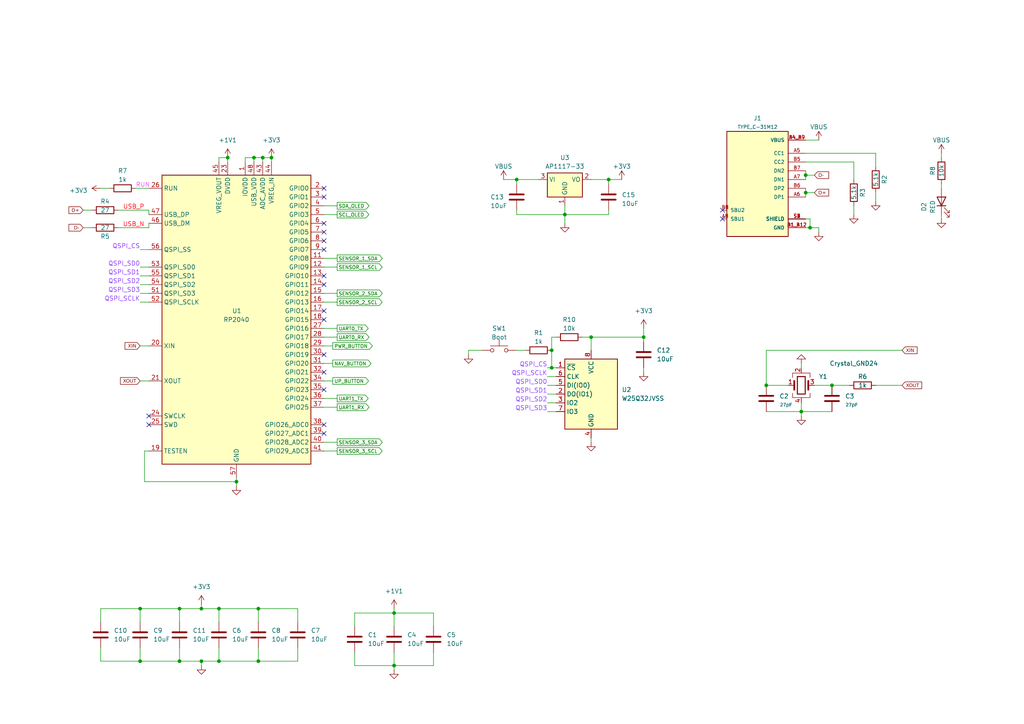
<source format=kicad_sch>
(kicad_sch (version 20230121) (generator eeschema)
  (paper "A4")
  (lib_symbols
    (symbol "Device:C" (pin_numbers hide) (pin_names (offset 0.254))
      (property "Reference" "C" (at 0.635 2.54 0))
      (property "Value" "C" (at 0.635 -2.54 0))
      (symbol "C_0_1"
        (polyline (pts (xy -2.032 -0.762) (xy 2.032 -0.762)) (stroke (width 0.508)))
        (polyline (pts (xy -2.032 0.762) (xy 2.032 0.762)) (stroke (width 0.508)))
      )
      (symbol "C_1_1"
        (pin passive line (at 0 3.81 270) (length 2.794) (name "~") (number "1"))
        (pin passive line (at 0 -3.81 90) (length 2.794) (name "~") (number "2"))
      )
    )
    (symbol "Device:Crystal_GND24" (pin_names (offset 1.016) hide)
      (property "Reference" "Y" (at 3.175 5.08 0))
      (property "Value" "Crystal_GND24" (at 3.175 3.175 0))
      (symbol "Crystal_GND24_0_1"
        (rectangle (start -1.143 2.54) (end 1.143 -2.54) (stroke (width 0.3048)))
        (polyline (pts (xy -2.54 0) (xy -2.032 0)))
        (polyline (pts (xy -2.032 -1.27) (xy -2.032 1.27)) (stroke (width 0.508)))
        (polyline (pts (xy 0 -3.81) (xy 0 -3.556)))
        (polyline (pts (xy 0 3.556) (xy 0 3.81)))
        (polyline (pts (xy 2.032 -1.27) (xy 2.032 1.27)) (stroke (width 0.508)))
        (polyline (pts (xy 2.032 0) (xy 2.54 0)))
        (polyline (pts (xy -2.54 -2.286) (xy -2.54 -3.556) (xy 2.54 -3.556) (xy 2.54 -2.286)))
        (polyline (pts (xy -2.54 2.286) (xy -2.54 3.556) (xy 2.54 3.556) (xy 2.54 2.286)))
      )
      (symbol "Crystal_GND24_1_1"
        (pin passive line (at -3.81 0 0) (length 1.27) (name "1") (number "1"))
        (pin passive line (at 0 5.08 270) (length 1.27) (name "2") (number "2"))
        (pin passive line (at 3.81 0 180) (length 1.27) (name "3") (number "3"))
        (pin passive line (at 0 -5.08 90) (length 1.27) (name "4") (number "4"))
      )
    )
    (symbol "Device:LED" (pin_numbers hide) (pin_names (offset 1.016) hide)
      (property "Reference" "D" (at 0 2.54 0))
      (property "Value" "LED" (at 0 -2.54 0))
      (symbol "LED_0_1"
        (polyline (pts (xy -1.27 -1.27) (xy -1.27 1.27)) (stroke (width 0.254)))
        (polyline (pts (xy -1.27 0) (xy 1.27 0)))
        (polyline (pts (xy 1.27 -1.27) (xy 1.27 1.27) (xy -1.27 0) (xy 1.27 -1.27)) (stroke (width 0.254)))
        (polyline (pts (xy -3.048 -0.762) (xy -4.572 -2.286) (xy -3.81 -2.286) (xy -4.572 -2.286) (xy -4.572 -1.524)))
        (polyline (pts (xy -1.778 -0.762) (xy -3.302 -2.286) (xy -2.54 -2.286) (xy -3.302 -2.286) (xy -3.302 -1.524)))
      )
      (symbol "LED_1_1"
        (pin passive line (at -3.81 0 0) (length 2.54) (name "K") (number "1"))
        (pin passive line (at 3.81 0 180) (length 2.54) (name "A") (number "2"))
      )
    )
    (symbol "Device:R" (pin_numbers hide) (pin_names (offset 0))
      (property "Reference" "R" (at 2.032 0 90))
      (property "Value" "R" (at 0 0 90))
      (symbol "R_0_1"
        (rectangle (start -1.016 -2.54) (end 1.016 2.54) (stroke (width 0.254)))
      )
      (symbol "R_1_1"
        (pin passive line (at 0 3.81 270) (length 1.27) (name "~") (number "1"))
        (pin passive line (at 0 -3.81 90) (length 1.27) (name "~") (number "2"))
      )
    )
    (symbol "MCU_RaspberryPi:RP2040"
      (property "Reference" "U" (at 17.78 45.72 0))
      (property "Value" "RP2040" (at 17.78 43.18 0))
      (symbol "RP2040_0_1"
        (rectangle (start -21.59 41.91) (end 21.59 -41.91) (stroke (width 0.254)) (fill (type background)))
      )
      (symbol "RP2040_1_1"
        (pin power_in line (at 2.54 45.72 270) (length 3.81) (name "IOVDD") (number "1"))
        (pin passive line (at 2.54 45.72 270) (length 3.81) hide (name "IOVDD") (number "10"))
        (pin bidirectional line (at 25.4 17.78 180) (length 3.81) (name "GPIO8") (number "11"))
        (pin bidirectional line (at 25.4 15.24 180) (length 3.81) (name "GPIO9") (number "12"))
        (pin bidirectional line (at 25.4 12.7 180) (length 3.81) (name "GPIO10") (number "13"))
        (pin bidirectional line (at 25.4 10.16 180) (length 3.81) (name "GPIO11") (number "14"))
        (pin bidirectional line (at 25.4 7.62 180) (length 3.81) (name "GPIO12") (number "15"))
        (pin bidirectional line (at 25.4 5.08 180) (length 3.81) (name "GPIO13") (number "16"))
        (pin bidirectional line (at 25.4 2.54 180) (length 3.81) (name "GPIO14") (number "17"))
        (pin bidirectional line (at 25.4 0 180) (length 3.81) (name "GPIO15") (number "18"))
        (pin input line (at -25.4 -38.1 0) (length 3.81) (name "TESTEN") (number "19"))
        (pin bidirectional line (at 25.4 38.1 180) (length 3.81) (name "GPIO0") (number "2"))
        (pin input line (at -25.4 -7.62 0) (length 3.81) (name "XIN") (number "20"))
        (pin passive line (at -25.4 -17.78 0) (length 3.81) (name "XOUT") (number "21"))
        (pin passive line (at 2.54 45.72 270) (length 3.81) hide (name "IOVDD") (number "22"))
        (pin power_in line (at -2.54 45.72 270) (length 3.81) (name "DVDD") (number "23"))
        (pin input line (at -25.4 -27.94 0) (length 3.81) (name "SWCLK") (number "24"))
        (pin bidirectional line (at -25.4 -30.48 0) (length 3.81) (name "SWD") (number "25"))
        (pin input line (at -25.4 38.1 0) (length 3.81) (name "RUN") (number "26"))
        (pin bidirectional line (at 25.4 -2.54 180) (length 3.81) (name "GPIO16") (number "27"))
        (pin bidirectional line (at 25.4 -5.08 180) (length 3.81) (name "GPIO17") (number "28"))
        (pin bidirectional line (at 25.4 -7.62 180) (length 3.81) (name "GPIO18") (number "29"))
        (pin bidirectional line (at 25.4 35.56 180) (length 3.81) (name "GPIO1") (number "3"))
        (pin bidirectional line (at 25.4 -10.16 180) (length 3.81) (name "GPIO19") (number "30"))
        (pin bidirectional line (at 25.4 -12.7 180) (length 3.81) (name "GPIO20") (number "31"))
        (pin bidirectional line (at 25.4 -15.24 180) (length 3.81) (name "GPIO21") (number "32"))
        (pin passive line (at 2.54 45.72 270) (length 3.81) hide (name "IOVDD") (number "33"))
        (pin bidirectional line (at 25.4 -17.78 180) (length 3.81) (name "GPIO22") (number "34"))
        (pin bidirectional line (at 25.4 -20.32 180) (length 3.81) (name "GPIO23") (number "35"))
        (pin bidirectional line (at 25.4 -22.86 180) (length 3.81) (name "GPIO24") (number "36"))
        (pin bidirectional line (at 25.4 -25.4 180) (length 3.81) (name "GPIO25") (number "37"))
        (pin bidirectional line (at 25.4 -30.48 180) (length 3.81) (name "GPIO26_ADC0") (number "38"))
        (pin bidirectional line (at 25.4 -33.02 180) (length 3.81) (name "GPIO27_ADC1") (number "39"))
        (pin bidirectional line (at 25.4 33.02 180) (length 3.81) (name "GPIO2") (number "4"))
        (pin bidirectional line (at 25.4 -35.56 180) (length 3.81) (name "GPIO28_ADC2") (number "40"))
        (pin bidirectional line (at 25.4 -38.1 180) (length 3.81) (name "GPIO29_ADC3") (number "41"))
        (pin passive line (at 2.54 45.72 270) (length 3.81) hide (name "IOVDD") (number "42"))
        (pin power_in line (at 7.62 45.72 270) (length 3.81) (name "ADC_AVDD") (number "43"))
        (pin power_in line (at 10.16 45.72 270) (length 3.81) (name "VREG_IN") (number "44"))
        (pin power_out line (at -5.08 45.72 270) (length 3.81) (name "VREG_VOUT") (number "45"))
        (pin bidirectional line (at -25.4 27.94 0) (length 3.81) (name "USB_DM") (number "46"))
        (pin bidirectional line (at -25.4 30.48 0) (length 3.81) (name "USB_DP") (number "47"))
        (pin power_in line (at 5.08 45.72 270) (length 3.81) (name "USB_VDD") (number "48"))
        (pin passive line (at 2.54 45.72 270) (length 3.81) hide (name "IOVDD") (number "49"))
        (pin bidirectional line (at 25.4 30.48 180) (length 3.81) (name "GPIO3") (number "5"))
        (pin passive line (at -2.54 45.72 270) (length 3.81) hide (name "DVDD") (number "50"))
        (pin bidirectional line (at -25.4 7.62 0) (length 3.81) (name "QSPI_SD3") (number "51"))
        (pin output line (at -25.4 5.08 0) (length 3.81) (name "QSPI_SCLK") (number "52"))
        (pin bidirectional line (at -25.4 15.24 0) (length 3.81) (name "QSPI_SD0") (number "53"))
        (pin bidirectional line (at -25.4 10.16 0) (length 3.81) (name "QSPI_SD2") (number "54"))
        (pin bidirectional line (at -25.4 12.7 0) (length 3.81) (name "QSPI_SD1") (number "55"))
        (pin bidirectional line (at -25.4 20.32 0) (length 3.81) (name "QSPI_SS") (number "56"))
        (pin power_in line (at 0 -45.72 90) (length 3.81) (name "GND") (number "57"))
        (pin bidirectional line (at 25.4 27.94 180) (length 3.81) (name "GPIO4") (number "6"))
        (pin bidirectional line (at 25.4 25.4 180) (length 3.81) (name "GPIO5") (number "7"))
        (pin bidirectional line (at 25.4 22.86 180) (length 3.81) (name "GPIO6") (number "8"))
        (pin bidirectional line (at 25.4 20.32 180) (length 3.81) (name "GPIO7") (number "9"))
      )
    )
    (symbol "Memory_Flash:W25Q32JVSS"
      (property "Reference" "U" (at -6.35 11.43 0))
      (property "Value" "W25Q32JVSS" (at 7.62 11.43 0))
      (symbol "W25Q32JVSS_0_1"
        (rectangle (start -7.62 10.16) (end 7.62 -10.16) (stroke (width 0.254)) (fill (type background)))
      )
      (symbol "W25Q32JVSS_1_1"
        (pin input line (at -10.16 7.62 0) (length 2.54) (name "~{CS}") (number "1"))
        (pin bidirectional line (at -10.16 0 0) (length 2.54) (name "DO(IO1)") (number "2"))
        (pin bidirectional line (at -10.16 -2.54 0) (length 2.54) (name "IO2") (number "3"))
        (pin power_in line (at 0 -12.7 90) (length 2.54) (name "GND") (number "4"))
        (pin bidirectional line (at -10.16 2.54 0) (length 2.54) (name "DI(IO0)") (number "5"))
        (pin input line (at -10.16 5.08 0) (length 2.54) (name "CLK") (number "6"))
        (pin bidirectional line (at -10.16 -5.08 0) (length 2.54) (name "IO3") (number "7"))
        (pin power_in line (at 0 12.7 270) (length 2.54) (name "VCC") (number "8"))
      )
    )
    (symbol "Regulator_Linear:AP1117-33"
      (property "Reference" "U" (at -3.81 3.175 0))
      (property "Value" "AP1117-33" (at 0 3.175 0))
      (symbol "AP1117-33_0_1"
        (rectangle (start -5.08 -5.08) (end 5.08 1.905) (stroke (width 0.254)) (fill (type background)))
      )
      (symbol "AP1117-33_1_1"
        (pin power_in line (at 0 -7.62 90) (length 2.54) (name "GND") (number "1"))
        (pin power_out line (at 7.62 0 180) (length 2.54) (name "VO") (number "2"))
        (pin power_in line (at -7.62 0 0) (length 2.54) (name "VI") (number "3"))
      )
    )
    (symbol "Switch:SW_Push" (pin_numbers hide) (pin_names (offset 1.016) hide)
      (property "Reference" "SW" (at 1.27 2.54 0))
      (property "Value" "SW_Push" (at 0 -1.524 0))
      (symbol "SW_Push_0_1"
        (circle (center -2.032 0) (radius 0.508))
        (polyline (pts (xy 0 1.27) (xy 0 3.048)))
        (polyline (pts (xy 2.54 1.27) (xy -2.54 1.27)))
        (circle (center 2.032 0) (radius 0.508))
        (pin passive line (at -5.08 0 0) (length 2.54) (name "1") (number "1"))
        (pin passive line (at 5.08 0 180) (length 2.54) (name "2") (number "2"))
      )
    )
    (symbol "TYPE-C-31-M-12:TYPE-C-31-M-12" (pin_names (offset 1.016))
      (property "Reference" "J" (at -10.16 13.97 0))
      (property "Value" "TYPE_C-31M12" (at -7.62 5.08 0))
      (symbol "TYPE-C-31-M-12_0_0"
        (rectangle (start -8.89 13.97) (end 8.89 -16.51) (stroke (width 0.254)) (fill (type background)))
        (pin power_in line (at 13.97 -13.97 180) (length 5.08) (name "GND") (number "A1_B12"))
        (pin power_in line (at 13.97 11.43 180) (length 5.08) (name "VBUS") (number "A4_B9"))
        (pin bidirectional line (at 13.97 7.62 180) (length 5.08) (name "CC1") (number "A5"))
        (pin bidirectional line (at 13.97 -5.08 180) (length 5.08) (name "DP1") (number "A6"))
        (pin bidirectional line (at 13.97 0 180) (length 5.08) (name "DN1") (number "A7"))
        (pin power_in line (at 13.97 -13.97 180) (length 5.08) (name "GND") (number "B1_A12"))
        (pin power_in line (at 13.97 11.43 180) (length 5.08) (name "VBUS") (number "B4_A9"))
        (pin bidirectional line (at 13.97 5.08 180) (length 5.08) (name "CC2") (number "B5"))
        (pin bidirectional line (at 13.97 -2.54 180) (length 5.08) (name "DP2") (number "B6"))
        (pin bidirectional line (at 13.97 2.54 180) (length 5.08) (name "DN2") (number "B7"))
        (pin passive line (at 13.97 -11.43 180) (length 5.08) (name "SHIELD") (number "S1"))
        (pin passive line (at 13.97 -11.43 180) (length 5.08) (name "SHIELD") (number "S2"))
        (pin passive line (at 13.97 -11.43 180) (length 5.08) (name "SHIELD") (number "S3"))
        (pin passive line (at 13.97 -11.43 180) (length 5.08) (name "SHIELD") (number "S4"))
      )
      (symbol "TYPE-C-31-M-12_1_0"
        (pin bidirectional line (at -9.89 -11.43 0) (length 1) (name "SBU1") (number "A8"))
        (pin bidirectional line (at -9.89 -8.89 0) (length 1) (name "SBU2") (number "B8"))
      )
    )
    (symbol "power:+1V1" (power) (pin_names (offset 0))
      (property "Value" "+1V1" (at 0 3.556 0))
      (symbol "+1V1_0_1"
        (polyline (pts (xy -0.762 1.27) (xy 0 2.54)))
        (polyline (pts (xy 0 0) (xy 0 2.54)))
        (polyline (pts (xy 0 2.54) (xy 0.762 1.27)))
      )
      (symbol "+1V1_1_1"
        (pin power_in line (at 0 0 90) (length 0) hide (name "+1V1") (number "1"))
      )
    )
    (symbol "power:+3V3" (power) (pin_names (offset 0))
      (property "Value" "+3V3" (at 0 3.556 0))
      (symbol "+3V3_0_1"
        (polyline (pts (xy -0.762 1.27) (xy 0 2.54)))
        (polyline (pts (xy 0 0) (xy 0 2.54)))
        (polyline (pts (xy 0 2.54) (xy 0.762 1.27)))
      )
      (symbol "+3V3_1_1"
        (pin power_in line (at 0 0 90) (length 0) hide (name "+3V3") (number "1"))
      )
    )
    (symbol "power:GND" (power) (pin_names (offset 0))
      (property "Value" "GND" (at 0 -3.81 0))
      (symbol "GND_0_1"
        (polyline (pts (xy 0 0) (xy 0 -1.27) (xy 1.27 -1.27) (xy 0 -2.54) (xy -1.27 -1.27) (xy 0 -1.27)))
      )
      (symbol "GND_1_1"
        (pin power_in line (at 0 0 270) (length 0) hide (name "GND") (number "1"))
      )
    )
    (symbol "power:VBUS" (power) (pin_names (offset 0))
      (property "Value" "VBUS" (at 0 3.81 0))
      (symbol "VBUS_0_1"
        (polyline (pts (xy -0.762 1.27) (xy 0 2.54)))
        (polyline (pts (xy 0 0) (xy 0 2.54)))
        (polyline (pts (xy 0 2.54) (xy 0.762 1.27)))
      )
      (symbol "VBUS_1_1"
        (pin power_in line (at 0 0 90) (length 0) hide (name "VBUS") (number "1"))
      )
    )
  )
  (junction (at 163.83 62.23))
  (junction (at 176.53 52.07))
  (junction (at 66.04 45.72))
  (junction (at 222.25 111.76))
  (junction (at 149.86 52.07))
  (junction (at 63.5 176.53))
  (junction (at 52.07 176.53))
  (junction (at 160.02 106.68))
  (junction (at 234.95 66.04))
  (junction (at 78.74 45.72))
  (junction (at 171.45 97.79))
  (junction (at 114.3 177.8))
  (junction (at 73.66 45.72))
  (junction (at 241.3 111.76))
  (junction (at 63.5 191.77))
  (junction (at 58.42 191.77))
  (junction (at 186.69 97.79))
  (junction (at 52.07 191.77))
  (junction (at 74.93 191.77))
  (junction (at 74.93 176.53))
  (junction (at 232.41 119.38))
  (junction (at 40.64 176.53))
  (junction (at 68.58 139.7))
  (junction (at 160.02 101.6))
  (junction (at 58.42 176.53))
  (junction (at 233.68 50.8))
  (junction (at 114.3 193.04))
  (junction (at 233.68 55.88))
  (junction (at 76.2 45.72))
  (junction (at 40.64 191.77))
  (no_connect (at 93.98 107.95))
  (no_connect (at 93.98 123.19))
  (no_connect (at 43.18 120.65))
  (no_connect (at 93.98 57.15))
  (no_connect (at 93.98 92.71))
  (no_connect (at 43.18 123.19))
  (no_connect (at 93.98 82.55))
  (no_connect (at 93.98 64.77))
  (no_connect (at 93.98 102.87))
  (no_connect (at 93.98 69.85))
  (no_connect (at 93.98 90.17))
  (no_connect (at 209.55 60.96))
  (no_connect (at 93.98 125.73))
  (no_connect (at 93.98 67.31))
  (no_connect (at 93.98 113.03))
  (no_connect (at 93.98 72.39))
  (no_connect (at 209.55 63.5))
  (no_connect (at 93.98 80.01))
  (no_connect (at 93.98 54.61))
  (wire (pts (xy 63.5 45.72) (xy 66.04 45.72)))
  (wire (pts (xy 232.41 116.84) (xy 232.41 119.38)))
  (wire (pts (xy 63.5 176.53) (xy 74.93 176.53)))
  (wire (pts (xy 40.64 87.63) (xy 43.18 87.63)))
  (wire (pts (xy 254 111.76) (xy 261.62 111.76)))
  (wire (pts (xy 74.93 176.53) (xy 86.36 176.53)))
  (wire (pts (xy 171.45 97.79) (xy 186.69 97.79)))
  (wire (pts (xy 168.91 97.79) (xy 171.45 97.79)))
  (wire (pts (xy 29.21 176.53) (xy 40.64 176.53)))
  (wire (pts (xy 233.68 50.8) (xy 233.68 52.07)))
  (wire (pts (xy 234.95 66.04) (xy 237.49 66.04)))
  (wire (pts (xy 171.45 127) (xy 171.45 128.27)))
  (wire (pts (xy 102.87 177.8) (xy 114.3 177.8)))
  (wire (pts (xy 186.69 95.25) (xy 186.69 97.79)))
  (wire (pts (xy 135.89 101.6) (xy 139.7 101.6)))
  (wire (pts (xy 97.79 87.63) (xy 93.98 87.63)))
  (wire (pts (xy 40.64 100.33) (xy 43.18 100.33)))
  (wire (pts (xy 102.87 193.04) (xy 114.3 193.04)))
  (wire (pts (xy 158.75 114.3) (xy 161.29 114.3)))
  (wire (pts (xy 247.65 59.69) (xy 247.65 62.23)))
  (wire (pts (xy 149.86 101.6) (xy 152.4 101.6)))
  (wire (pts (xy 254 44.45) (xy 254 48.26)))
  (wire (pts (xy 97.79 118.11) (xy 93.98 118.11)))
  (wire (pts (xy 52.07 191.77) (xy 58.42 191.77)))
  (wire (pts (xy 176.53 52.07) (xy 176.53 53.34)))
  (wire (pts (xy 163.83 62.23) (xy 163.83 64.77)))
  (wire (pts (xy 114.3 193.04) (xy 125.73 193.04)))
  (wire (pts (xy 232.41 119.38) (xy 241.3 119.38)))
  (wire (pts (xy 43.18 60.96) (xy 43.18 62.23)))
  (wire (pts (xy 40.64 187.96) (xy 40.64 191.77)))
  (wire (pts (xy 93.98 105.41) (xy 96.52 105.41)))
  (wire (pts (xy 93.98 100.33) (xy 96.52 100.33)))
  (wire (pts (xy 158.75 116.84) (xy 161.29 116.84)))
  (wire (pts (xy 41.91 130.81) (xy 41.91 139.7)))
  (wire (pts (xy 273.05 63.5) (xy 273.05 62.23)))
  (wire (pts (xy 236.22 111.76) (xy 241.3 111.76)))
  (wire (pts (xy 29.21 191.77) (xy 40.64 191.77)))
  (wire (pts (xy 97.79 115.57) (xy 93.98 115.57)))
  (wire (pts (xy 97.79 95.25) (xy 93.98 95.25)))
  (wire (pts (xy 241.3 111.76) (xy 246.38 111.76)))
  (wire (pts (xy 114.3 189.23) (xy 114.3 193.04)))
  (wire (pts (xy 40.64 85.09) (xy 43.18 85.09)))
  (wire (pts (xy 233.68 46.99) (xy 247.65 46.99)))
  (wire (pts (xy 40.64 72.39) (xy 43.18 72.39)))
  (wire (pts (xy 93.98 128.27) (xy 97.79 128.27)))
  (wire (pts (xy 149.86 62.23) (xy 163.83 62.23)))
  (wire (pts (xy 186.69 97.79) (xy 186.69 99.06)))
  (wire (pts (xy 163.83 62.23) (xy 176.53 62.23)))
  (wire (pts (xy 158.75 109.22) (xy 161.29 109.22)))
  (wire (pts (xy 186.69 106.68) (xy 186.69 107.95)))
  (wire (pts (xy 233.68 44.45) (xy 254 44.45)))
  (wire (pts (xy 66.04 45.72) (xy 66.04 46.99)))
  (wire (pts (xy 233.68 54.61) (xy 233.68 55.88)))
  (wire (pts (xy 234.95 63.5) (xy 234.95 66.04)))
  (wire (pts (xy 74.93 187.96) (xy 74.93 191.77)))
  (wire (pts (xy 149.86 52.07) (xy 156.21 52.07)))
  (wire (pts (xy 52.07 176.53) (xy 52.07 180.34)))
  (wire (pts (xy 180.34 52.07) (xy 176.53 52.07)))
  (wire (pts (xy 233.68 66.04) (xy 234.95 66.04)))
  (wire (pts (xy 254 55.88) (xy 254 58.42)))
  (wire (pts (xy 24.13 66.04) (xy 26.67 66.04)))
  (wire (pts (xy 43.18 130.81) (xy 41.91 130.81)))
  (wire (pts (xy 68.58 139.7) (xy 68.58 140.97)))
  (wire (pts (xy 149.86 62.23) (xy 149.86 60.96)))
  (wire (pts (xy 158.75 106.68) (xy 160.02 106.68)))
  (wire (pts (xy 135.89 102.87) (xy 135.89 101.6)))
  (wire (pts (xy 40.64 110.49) (xy 43.18 110.49)))
  (wire (pts (xy 261.62 101.6) (xy 222.25 101.6)))
  (wire (pts (xy 160.02 97.79) (xy 161.29 97.79)))
  (wire (pts (xy 232.41 105.41) (xy 232.41 106.68)))
  (wire (pts (xy 114.3 176.53) (xy 114.3 177.8)))
  (wire (pts (xy 125.73 177.8) (xy 125.73 181.61)))
  (wire (pts (xy 63.5 176.53) (xy 63.5 180.34)))
  (wire (pts (xy 96.52 110.49) (xy 93.98 110.49)))
  (wire (pts (xy 40.64 180.34) (xy 40.64 176.53)))
  (wire (pts (xy 52.07 187.96) (xy 52.07 191.77)))
  (wire (pts (xy 237.49 40.64) (xy 233.68 40.64)))
  (wire (pts (xy 29.21 180.34) (xy 29.21 176.53)))
  (wire (pts (xy 114.3 177.8) (xy 114.3 181.61)))
  (wire (pts (xy 40.64 77.47) (xy 43.18 77.47)))
  (wire (pts (xy 102.87 177.8) (xy 102.87 181.61)))
  (wire (pts (xy 125.73 193.04) (xy 125.73 189.23)))
  (wire (pts (xy 273.05 54.61) (xy 273.05 53.34)))
  (wire (pts (xy 58.42 176.53) (xy 63.5 176.53)))
  (wire (pts (xy 232.41 119.38) (xy 232.41 120.65)))
  (wire (pts (xy 114.3 177.8) (xy 125.73 177.8)))
  (wire (pts (xy 158.75 111.76) (xy 161.29 111.76)))
  (wire (pts (xy 233.68 55.88) (xy 236.22 55.88)))
  (wire (pts (xy 158.75 119.38) (xy 161.29 119.38)))
  (wire (pts (xy 149.86 53.34) (xy 149.86 52.07)))
  (wire (pts (xy 63.5 191.77) (xy 74.93 191.77)))
  (wire (pts (xy 233.68 55.88) (xy 233.68 57.15)))
  (wire (pts (xy 176.53 62.23) (xy 176.53 60.96)))
  (wire (pts (xy 114.3 193.04) (xy 114.3 194.31)))
  (wire (pts (xy 97.79 59.69) (xy 93.98 59.69)))
  (wire (pts (xy 86.36 191.77) (xy 86.36 187.96)))
  (wire (pts (xy 97.79 62.23) (xy 93.98 62.23)))
  (wire (pts (xy 73.66 45.72) (xy 76.2 45.72)))
  (wire (pts (xy 43.18 66.04) (xy 43.18 64.77)))
  (wire (pts (xy 71.12 45.72) (xy 73.66 45.72)))
  (wire (pts (xy 163.83 59.69) (xy 163.83 62.23)))
  (wire (pts (xy 24.13 60.96) (xy 26.67 60.96)))
  (wire (pts (xy 97.79 85.09) (xy 93.98 85.09)))
  (wire (pts (xy 73.66 45.72) (xy 73.66 46.99)))
  (wire (pts (xy 74.93 191.77) (xy 86.36 191.77)))
  (wire (pts (xy 34.29 60.96) (xy 43.18 60.96)))
  (wire (pts (xy 97.79 97.79) (xy 93.98 97.79)))
  (wire (pts (xy 78.74 45.72) (xy 78.74 46.99)))
  (wire (pts (xy 40.64 80.01) (xy 43.18 80.01)))
  (wire (pts (xy 97.79 77.47) (xy 93.98 77.47)))
  (wire (pts (xy 58.42 175.26) (xy 58.42 176.53)))
  (wire (pts (xy 71.12 46.99) (xy 71.12 45.72)))
  (wire (pts (xy 222.25 101.6) (xy 222.25 111.76)))
  (wire (pts (xy 68.58 139.7) (xy 68.58 138.43)))
  (wire (pts (xy 237.49 66.04) (xy 237.49 67.31)))
  (wire (pts (xy 86.36 176.53) (xy 86.36 180.34)))
  (wire (pts (xy 40.64 82.55) (xy 43.18 82.55)))
  (wire (pts (xy 58.42 191.77) (xy 63.5 191.77)))
  (wire (pts (xy 97.79 74.93) (xy 93.98 74.93)))
  (wire (pts (xy 232.41 119.38) (xy 222.25 119.38)))
  (wire (pts (xy 74.93 176.53) (xy 74.93 180.34)))
  (wire (pts (xy 29.21 187.96) (xy 29.21 191.77)))
  (wire (pts (xy 160.02 106.68) (xy 161.29 106.68)))
  (wire (pts (xy 273.05 44.45) (xy 273.05 45.72)))
  (wire (pts (xy 40.64 191.77) (xy 52.07 191.77)))
  (wire (pts (xy 160.02 101.6) (xy 160.02 106.68)))
  (wire (pts (xy 171.45 52.07) (xy 176.53 52.07)))
  (wire (pts (xy 41.91 139.7) (xy 68.58 139.7)))
  (wire (pts (xy 34.29 66.04) (xy 43.18 66.04)))
  (wire (pts (xy 93.98 130.81) (xy 97.79 130.81)))
  (wire (pts (xy 29.21 54.61) (xy 31.75 54.61)))
  (wire (pts (xy 39.37 54.61) (xy 43.18 54.61)))
  (wire (pts (xy 52.07 176.53) (xy 58.42 176.53)))
  (wire (pts (xy 233.68 63.5) (xy 234.95 63.5)))
  (wire (pts (xy 233.68 50.8) (xy 236.22 50.8)))
  (wire (pts (xy 102.87 189.23) (xy 102.87 193.04)))
  (wire (pts (xy 63.5 46.99) (xy 63.5 45.72)))
  (wire (pts (xy 63.5 187.96) (xy 63.5 191.77)))
  (wire (pts (xy 58.42 191.77) (xy 58.42 193.04)))
  (wire (pts (xy 171.45 101.6) (xy 171.45 97.79)))
  (wire (pts (xy 222.25 111.76) (xy 228.6 111.76)))
  (wire (pts (xy 247.65 46.99) (xy 247.65 52.07)))
  (wire (pts (xy 160.02 97.79) (xy 160.02 101.6)))
  (wire (pts (xy 76.2 45.72) (xy 76.2 46.99)))
  (wire (pts (xy 146.05 52.07) (xy 149.86 52.07)))
  (wire (pts (xy 76.2 45.72) (xy 78.74 45.72)))
  (wire (pts (xy 233.68 49.53) (xy 233.68 50.8)))
  (wire (pts (xy 40.64 176.53) (xy 52.07 176.53)))
  (label "USB_N" (at 41.91 66.04 180))
  (label "RUN" (at 39.37 54.61 0))
  (label "QSPI_CS" (at 158.75 106.68 180))
  (label "QSPI_SD2" (at 158.75 116.84 180))
  (label "QSPI_SD1" (at 40.64 80.01 180))
  (label "QSPI_SD3" (at 40.64 85.09 180))
  (label "QSPI_SCLK" (at 40.64 87.63 180))
  (label "QSPI_SD0" (at 40.64 77.47 180))
  (label "QSPI_SD1" (at 158.75 114.3 180))
  (label "QSPI_SD0" (at 158.75 111.76 180))
  (label "QSPI_CS" (at 40.64 72.39 180))
  (label "QSPI_SD2" (at 40.64 82.55 180))
  (label "QSPI_SD3" (at 158.75 119.38 180))
  (label "QSPI_SCLK" (at 158.75 109.22 180))
  (label "USB_P" (at 41.91 60.96 180))
  (global_label "UART1_TX" (shape output) (at 97.79 115.57 0) (effects (font (size 1 1))) (property "Intersheetrefs" "${INTERSHEET_REFS}" (effects hide)))
  (global_label "XIN" (shape input) (at 40.64 100.33 180) (effects (font (size 1 1))) (property "Intersheetrefs" "${INTERSHEET_REFS}" (effects hide)))
  (global_label "UP_BUTTON" (shape output) (at 96.52 110.49 0) (effects (font (size 1 1))) (property "Intersheetrefs" "${INTERSHEET_REFS}" (effects hide)))
  (global_label "D+" (shape input) (at 24.13 60.96 180) (effects (font (size 1 1))) (property "Intersheetrefs" "${INTERSHEET_REFS}" (effects hide)))
  (global_label "SENSOR_3_SDA" (shape output) (at 97.79 128.27 0) (effects (font (size 1 1))) (property "Intersheetrefs" "${INTERSHEET_REFS}" (effects hide)))
  (global_label "D-" (shape input) (at 236.22 50.8 0) (effects (font (size 1 1))) (property "Intersheetrefs" "${INTERSHEET_REFS}" (effects hide)))
  (global_label "D-" (shape input) (at 24.13 66.04 180) (effects (font (size 1 1))) (property "Intersheetrefs" "${INTERSHEET_REFS}" (effects hide)))
  (global_label "PWR_BUTTON" (shape output) (at 96.52 100.33 0) (effects (font (size 1 1))) (property "Intersheetrefs" "${INTERSHEET_REFS}" (effects hide)))
  (global_label "UART1_RX" (shape output) (at 97.79 118.11 0) (effects (font (size 1 1))) (property "Intersheetrefs" "${INTERSHEET_REFS}" (effects hide)))
  (global_label "SENSOR_1_SCL" (shape output) (at 97.79 77.47 0) (effects (font (size 1 1))) (property "Intersheetrefs" "${INTERSHEET_REFS}" (effects hide)))
  (global_label "SDA_OLED" (shape output) (at 97.79 59.69 0) (effects (font (size 1 1))) (property "Intersheetrefs" "${INTERSHEET_REFS}" (effects hide)))
  (global_label "SENSOR_2_SDA" (shape output) (at 97.79 85.09 0) (effects (font (size 1 1))) (property "Intersheetrefs" "${INTERSHEET_REFS}" (effects hide)))
  (global_label "UART0_TX" (shape output) (at 97.79 95.25 0) (effects (font (size 1 1))) (property "Intersheetrefs" "${INTERSHEET_REFS}" (effects hide)))
  (global_label "XIN" (shape input) (at 261.62 101.6 0) (effects (font (size 1 1))) (property "Intersheetrefs" "${INTERSHEET_REFS}" (effects hide)))
  (global_label "SENSOR_2_SCL" (shape output) (at 97.79 87.63 0) (effects (font (size 1 1))) (property "Intersheetrefs" "${INTERSHEET_REFS}" (effects hide)))
  (global_label "SENSOR_1_SDA" (shape output) (at 97.79 74.93 0) (effects (font (size 1 1))) (property "Intersheetrefs" "${INTERSHEET_REFS}" (effects hide)))
  (global_label "XOUT" (shape input) (at 40.64 110.49 180) (effects (font (size 1 1))) (property "Intersheetrefs" "${INTERSHEET_REFS}" (effects hide)))
  (global_label "XOUT" (shape input) (at 261.62 111.76 0) (effects (font (size 1 1))) (property "Intersheetrefs" "${INTERSHEET_REFS}" (effects hide)))
  (global_label "SENSOR_3_SCL" (shape output) (at 97.79 130.81 0) (effects (font (size 1 1))) (property "Intersheetrefs" "${INTERSHEET_REFS}" (effects hide)))
  (global_label "SCL_OLED" (shape output) (at 97.79 62.23 0) (effects (font (size 1 1))) (property "Intersheetrefs" "${INTERSHEET_REFS}" (effects hide)))
  (global_label "NAV_BUTTON" (shape output) (at 96.52 105.41 0) (effects (font (size 1 1))) (property "Intersheetrefs" "${INTERSHEET_REFS}" (effects hide)))
  (global_label "UART0_RX" (shape output) (at 97.79 97.79 0) (effects (font (size 1 1))) (property "Intersheetrefs" "${INTERSHEET_REFS}" (effects hide)))
  (global_label "D+" (shape input) (at 236.22 55.88 0) (effects (font (size 1 1))) (property "Intersheetrefs" "${INTERSHEET_REFS}" (effects hide)))
  (symbol (lib_id "Device:C") (at 149.86 57.15 0) (unit 1)
    (property "Reference" "C13" (at 142.24 57.15 0) (effects (justify left)))
    (property "Value" "10uF" (at 142.24 59.69 0) (effects (justify left)))
    (property "Footprint" "Capacitor_SMD:C_1206_3216Metric_Pad1.33x1.80mm_HandSolder" (effects hide))
  )
  (symbol (lib_id "Device:R") (at 273.05 49.53 180) (unit 1)
    (property "Reference" "R8" (at 270.51 49.53 90))
    (property "Value" "10k" (at 273.05 49.53 90))
    (property "Footprint" "Resistor_SMD:R_0402_1005Metric_Pad0.72x0.64mm_HandSolder" (effects hide))
  )
  (symbol (lib_id "Device:R") (at 30.48 66.04 90) (unit 1)
    (property "Reference" "R5" (at 30.48 68.58 90))
    (property "Value" "27" (at 30.48 66.04 90))
    (property "Footprint" "Resistor_SMD:R_0402_1005Metric_Pad0.72x0.64mm_HandSolder" (effects hide))
  )
  (symbol (lib_id "TYPE-C-31-M-12:TYPE-C-31-M-12") (at 219.71 52.07 0) (unit 1)
    (property "Reference" "J1" (at 219.71 34.29 0))
    (property "Value" "TYPE_C-31M12" (at 219.71 36.83 0) (effects (font (size 1 1))))
    (property "Footprint" "Type-C:HRO_TYPE-C-31-M-12" (effects hide))
    (property "MAXIMUM_PACKAGE_HEIGHT" "3.26 mm" (effects hide))
    (property "STANDARD" "Manufacturer Recommendations" (effects hide))
    (property "SNAPEDA_PN" "TYPE-C-31-M-12" (effects hide))
    (property "MANUFACTURER" "HRO Electronics Co., Ltd." (effects hide))
    (property "PARTREV" "2020.12.08" (effects hide))
  )
  (symbol (lib_id "Device:C") (at 40.64 184.15 0) (unit 1)
    (property "Reference" "C9" (at 44.45 182.88 0) (effects (justify left)))
    (property "Value" "10uF" (at 44.45 185.42 0) (effects (justify left)))
    (property "Footprint" "Capacitor_SMD:C_0402_1005Metric_Pad0.74x0.62mm_HandSolder" (effects hide))
  )
  (symbol (lib_id "power:GND") (at 232.41 105.41 180) (unit 1)
    (property "Reference" "#PWR06" (effects hide))
    (property "Value" "GND" (effects hide))
  )
  (symbol (lib_id "power:GND") (at 114.3 194.31 0) (unit 1)
    (property "Reference" "#PWR09" (effects hide))
    (property "Value" "GND" (effects hide))
  )
  (symbol (lib_id "Device:C") (at 186.69 102.87 0) (unit 1)
    (property "Reference" "C12" (at 190.5 101.6 0) (effects (justify left)))
    (property "Value" "10uF" (at 190.5 104.14 0) (effects (justify left)))
    (property "Footprint" "Capacitor_SMD:C_0402_1005Metric_Pad0.74x0.62mm_HandSolder" (effects hide))
  )
  (symbol (lib_id "MCU_RaspberryPi:RP2040") (at 68.58 92.71 0) (unit 1)
    (property "Reference" "U1" (at 67.31 90.17 0) (effects (justify left)))
    (property "Value" "RP2040" (at 64.77 92.71 0) (effects (justify left)))
    (property "Footprint" "Package_DFN_QFN:QFN-56-1EP_7x7mm_P0.4mm_EP3.2x3.2mm" (effects hide))
    (property "Datasheet" "https://datasheets.raspberrypi.com/rp2040/rp2040-datasheet.pdf" (effects hide))
  )
  (symbol (lib_id "power:+3V3") (at 29.21 54.61 90) (unit 1)
    (property "Reference" "#PWR017" (effects hide))
    (property "Value" "+3V3" (at 25.4 55.245 90) (effects (justify left)))
  )
  (symbol (lib_id "Device:R") (at 35.56 54.61 90) (unit 1)
    (property "Reference" "R7" (at 35.56 49.53 90))
    (property "Value" "1k" (at 35.56 52.07 90))
    (property "Footprint" "Resistor_SMD:R_0402_1005Metric_Pad0.72x0.64mm_HandSolder" (effects hide))
  )
  (symbol (lib_id "power:GND") (at 135.89 102.87 0) (unit 1)
    (property "Reference" "#PWR016" (effects hide))
    (property "Value" "GND" (effects hide))
  )
  (symbol (lib_id "Device:C") (at 125.73 185.42 0) (unit 1)
    (property "Reference" "C5" (at 129.54 184.15 0) (effects (justify left)))
    (property "Value" "10uF" (at 129.54 186.69 0) (effects (justify left)))
    (property "Footprint" "Capacitor_SMD:C_0402_1005Metric_Pad0.74x0.62mm_HandSolder" (effects hide))
  )
  (symbol (lib_id "power:VBUS") (at 237.49 40.64 0) (unit 1)
    (property "Reference" "#PWR04" (effects hide))
    (property "Value" "VBUS" (at 237.49 36.83 0))
  )
  (symbol (lib_id "Device:C") (at 29.21 184.15 0) (unit 1)
    (property "Reference" "C10" (at 33.02 182.88 0) (effects (justify left)))
    (property "Value" "10uF" (at 33.02 185.42 0) (effects (justify left)))
    (property "Footprint" "Capacitor_SMD:C_0402_1005Metric_Pad0.74x0.62mm_HandSolder" (effects hide))
  )
  (symbol (lib_id "power:GND") (at 237.49 67.31 0) (unit 1)
    (property "Reference" "#PWR01" (effects hide))
    (property "Value" "GND" (effects hide))
  )
  (symbol (lib_id "Device:C") (at 86.36 184.15 0) (unit 1)
    (property "Reference" "C7" (at 90.17 182.88 0) (effects (justify left)))
    (property "Value" "10uF" (at 90.17 185.42 0) (effects (justify left)))
    (property "Footprint" "Capacitor_SMD:C_0402_1005Metric_Pad0.74x0.62mm_HandSolder" (effects hide))
  )
  (symbol (lib_id "power:GND") (at 254 58.42 0) (unit 1)
    (property "Reference" "#PWR03" (effects hide))
    (property "Value" "GND" (effects hide))
  )
  (symbol (lib_id "power:VBUS") (at 146.05 52.07 0) (unit 1)
    (property "Reference" "#PWR019" (effects hide))
    (property "Value" "VBUS" (at 146.05 48.26 0))
  )
  (symbol (lib_id "power:GND") (at 68.58 140.97 0) (unit 1)
    (property "Reference" "#PWR013" (effects hide))
    (property "Value" "GND" (effects hide))
  )
  (symbol (lib_id "Device:R") (at 250.19 111.76 90) (unit 1)
    (property "Reference" "R6" (at 250.19 109.22 90))
    (property "Value" "1k" (at 250.19 111.76 90))
    (property "Footprint" "Resistor_SMD:R_0402_1005Metric_Pad0.72x0.64mm_HandSolder" (effects hide))
  )
  (symbol (lib_id "power:+3V3") (at 78.74 45.72 0) (unit 1)
    (property "Reference" "#PWR08" (effects hide))
    (property "Value" "+3V3" (at 78.74 40.64 0))
  )
  (symbol (lib_id "Device:C") (at 176.53 57.15 0) (unit 1)
    (property "Reference" "C15" (at 180.34 56.515 0) (effects (justify left)))
    (property "Value" "10uF" (at 180.34 59.055 0) (effects (justify left)))
    (property "Footprint" "Capacitor_SMD:C_1206_3216Metric_Pad1.33x1.80mm_HandSolder" (effects hide))
  )
  (symbol (lib_id "Device:R") (at 156.21 101.6 90) (unit 1)
    (property "Reference" "R1" (at 156.21 96.52 90))
    (property "Value" "1k" (at 156.21 99.06 90))
    (property "Footprint" "Resistor_SMD:R_0402_1005Metric_Pad0.72x0.64mm_HandSolder" (effects hide))
  )
  (symbol (lib_id "Switch:SW_Push") (at 144.78 101.6 0) (unit 1)
    (property "Reference" "SW1" (at 144.78 95.25 0))
    (property "Value" "Boot" (at 144.78 97.79 0))
  )
  (symbol (lib_id "Regulator_Linear:AP1117-33") (at 163.83 52.07 0) (unit 1)
    (property "Reference" "U3" (at 163.83 45.72 0))
    (property "Value" "AP1117-33" (at 163.83 48.26 0))
    (property "Footprint" "Package_TO_SOT_SMD:SOT-89-3_Handsoldering" (effects hide))
    (property "Datasheet" "http://www.diodes.com/datasheets/AP1117.pdf" (effects hide))
  )
  (symbol (lib_id "Device:C") (at 241.3 115.57 0) (unit 1)
    (property "Reference" "C3" (at 245.11 114.935 0) (effects (justify left)))
    (property "Value" "27pF" (at 245.11 117.475 0) (effects (font (size 1 1)) (justify left)))
    (property "Footprint" "Capacitor_SMD:C_0402_1005Metric_Pad0.74x0.62mm_HandSolder" (effects hide))
  )
  (symbol (lib_id "power:+3V3") (at 186.69 95.25 0) (unit 1)
    (property "Reference" "#PWR034" (effects hide))
    (property "Value" "+3V3" (at 186.69 90.17 0))
  )
  (symbol (lib_id "power:+1V1") (at 66.04 45.72 0) (unit 1)
    (property "Reference" "#PWR07" (effects hide))
    (property "Value" "+1V1" (at 66.04 40.64 0))
  )
  (symbol (lib_id "Device:LED") (at 273.05 58.42 90) (unit 1)
    (property "Reference" "D2" (at 267.97 60.0075 0))
    (property "Value" "RED" (at 270.51 60.0075 0))
    (property "Footprint" "LED_SMD:LED_0805_2012Metric_Pad1.15x1.40mm_HandSolder" (effects hide))
  )
  (symbol (lib_id "power:GND") (at 273.05 63.5 0) (unit 1)
    (property "Reference" "#PWR024" (effects hide))
    (property "Value" "GND" (effects hide))
  )
  (symbol (lib_id "Device:R") (at 30.48 60.96 90) (unit 1)
    (property "Reference" "R4" (at 30.48 58.42 90))
    (property "Value" "27" (at 30.48 60.96 90))
    (property "Footprint" "Resistor_SMD:R_0402_1005Metric_Pad0.72x0.64mm_HandSolder" (effects hide))
  )
  (symbol (lib_id "Memory_Flash:W25Q32JVSS") (at 171.45 114.3 0) (unit 1)
    (property "Reference" "U2" (at 180.34 113.03 0) (effects (justify left)))
    (property "Value" "W25Q32JVSS" (at 180.34 115.57 0) (effects (justify left)))
    (property "Footprint" "Package_SO:SOIC-8_5.23x5.23mm_P1.27mm" (effects hide))
    (property "Datasheet" "http://www.winbond.com/resource-files/w25q32jv%20revg%2003272018%20plus.pdf" (effects hide))
  )
  (symbol (lib_id "Device:C") (at 63.5 184.15 0) (unit 1)
    (property "Reference" "C6" (at 67.31 182.88 0) (effects (justify left)))
    (property "Value" "10uF" (at 67.31 185.42 0) (effects (justify left)))
    (property "Footprint" "Capacitor_SMD:C_0402_1005Metric_Pad0.74x0.62mm_HandSolder" (effects hide))
  )
  (symbol (lib_id "power:GND") (at 171.45 128.27 0) (unit 1)
    (property "Reference" "#PWR014" (effects hide))
    (property "Value" "GND" (effects hide))
  )
  (symbol (lib_id "Device:C") (at 114.3 185.42 0) (unit 1)
    (property "Reference" "C4" (at 118.11 184.15 0) (effects (justify left)))
    (property "Value" "10uF" (at 118.11 186.69 0) (effects (justify left)))
    (property "Footprint" "Capacitor_SMD:C_0402_1005Metric_Pad0.74x0.62mm_HandSolder" (effects hide))
  )
  (symbol (lib_id "power:GND") (at 58.42 193.04 0) (unit 1)
    (property "Reference" "#PWR05" (effects hide))
    (property "Value" "GND" (effects hide))
  )
  (symbol (lib_id "power:GND") (at 163.83 64.77 0) (unit 1)
    (property "Reference" "#PWR018" (effects hide))
    (property "Value" "GND" (effects hide))
  )
  (symbol (lib_id "Device:C") (at 222.25 115.57 0) (unit 1)
    (property "Reference" "C2" (at 226.06 114.935 0) (effects (justify left)))
    (property "Value" "27pF" (at 226.06 117.475 0) (effects (font (size 1 1)) (justify left)))
    (property "Footprint" "Capacitor_SMD:C_0402_1005Metric_Pad0.74x0.62mm_HandSolder" (effects hide))
  )
  (symbol (lib_id "Device:C") (at 102.87 185.42 0) (unit 1)
    (property "Reference" "C1" (at 106.68 184.15 0) (effects (justify left)))
    (property "Value" "10uF" (at 106.68 186.69 0) (effects (justify left)))
    (property "Footprint" "Capacitor_SMD:C_0402_1005Metric_Pad0.74x0.62mm_HandSolder" (effects hide))
  )
  (symbol (lib_id "power:GND") (at 247.65 62.23 0) (unit 1)
    (property "Reference" "#PWR02" (effects hide))
    (property "Value" "GND" (effects hide))
  )
  (symbol (lib_id "Device:R") (at 165.1 97.79 270) (unit 1)
    (property "Reference" "R10" (at 165.1 92.71 90))
    (property "Value" "10k" (at 165.1 95.25 90))
    (property "Footprint" "Resistor_SMD:R_0402_1005Metric_Pad0.72x0.64mm_HandSolder" (effects hide))
  )
  (symbol (lib_id "Device:R") (at 254 52.07 0) (unit 1)
    (property "Reference" "R2" (at 256.54 52.07 90))
    (property "Value" "5.1k" (at 254 52.07 90))
    (property "Footprint" "Resistor_SMD:R_0402_1005Metric_Pad0.72x0.64mm_HandSolder" (effects hide))
  )
  (symbol (lib_id "power:+3V3") (at 58.42 175.26 0) (unit 1)
    (property "Reference" "#PWR011" (effects hide))
    (property "Value" "+3V3" (at 58.42 170.18 0))
  )
  (symbol (lib_id "power:+1V1") (at 114.3 176.53 0) (unit 1)
    (property "Reference" "#PWR012" (effects hide))
    (property "Value" "+1V1" (at 114.3 171.45 0))
  )
  (symbol (lib_id "Device:R") (at 247.65 55.88 180) (unit 1)
    (property "Reference" "R3" (at 250.19 55.88 90))
    (property "Value" "5.1k" (at 247.65 55.88 90))
    (property "Footprint" "Resistor_SMD:R_0402_1005Metric_Pad0.72x0.64mm_HandSolder" (effects hide))
  )
  (symbol (lib_id "power:GND") (at 186.69 107.95 0) (unit 1)
    (property "Reference" "#PWR015" (effects hide))
    (property "Value" "GND" (effects hide))
  )
  (symbol (lib_id "Device:C") (at 74.93 184.15 0) (unit 1)
    (property "Reference" "C8" (at 78.74 182.88 0) (effects (justify left)))
    (property "Value" "10uF" (at 78.74 185.42 0) (effects (justify left)))
    (property "Footprint" "Capacitor_SMD:C_0402_1005Metric_Pad0.74x0.62mm_HandSolder" (effects hide))
  )
  (symbol (lib_id "power:GND") (at 232.41 120.65 0) (unit 1)
    (property "Reference" "#PWR010" (effects hide))
    (property "Value" "GND" (effects hide))
  )
  (symbol (lib_id "power:+3V3") (at 180.34 52.07 0) (unit 1)
    (property "Reference" "#PWR020" (effects hide))
    (property "Value" "+3V3" (at 180.34 48.26 0))
  )
  (symbol (lib_id "Device:C") (at 52.07 184.15 0) (unit 1)
    (property "Reference" "C11" (at 55.88 182.88 0) (effects (justify left)))
    (property "Value" "10uF" (at 55.88 185.42 0) (effects (justify left)))
    (property "Footprint" "Capacitor_SMD:C_0402_1005Metric_Pad0.74x0.62mm_HandSolder" (effects hide))
  )
  (symbol (lib_id "power:VBUS") (at 273.05 44.45 0) (unit 1)
    (property "Reference" "#PWR025" (effects hide))
    (property "Value" "VBUS" (at 273.05 40.64 0))
  )
  (symbol (lib_id "Device:Crystal_GND24") (at 232.41 111.76 0) (unit 1)
    (property "Reference" "Y1" (at 238.76 109.22 0))
    (property "Value" "Crystal_GND24" (at 247.65 105.41 0))
    (property "Footprint" "Crystal:Crystal_SMD_3225-4Pin_3.2x2.5mm" (effects hide))
  )
)
</source>
